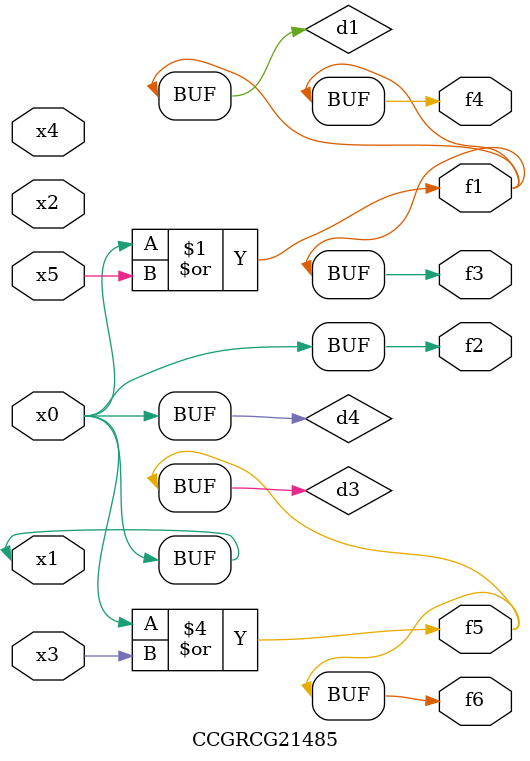
<source format=v>
module CCGRCG21485(
	input x0, x1, x2, x3, x4, x5,
	output f1, f2, f3, f4, f5, f6
);

	wire d1, d2, d3, d4;

	or (d1, x0, x5);
	xnor (d2, x1, x4);
	or (d3, x0, x3);
	buf (d4, x0, x1);
	assign f1 = d1;
	assign f2 = d4;
	assign f3 = d1;
	assign f4 = d1;
	assign f5 = d3;
	assign f6 = d3;
endmodule

</source>
